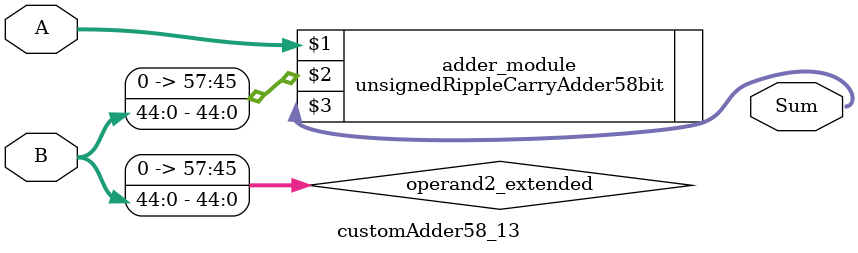
<source format=v>
module customAdder58_13(
                        input [57 : 0] A,
                        input [44 : 0] B,
                        
                        output [58 : 0] Sum
                );

        wire [57 : 0] operand2_extended;
        
        assign operand2_extended =  {13'b0, B};
        
        unsignedRippleCarryAdder58bit adder_module(
            A,
            operand2_extended,
            Sum
        );
        
        endmodule
        
</source>
